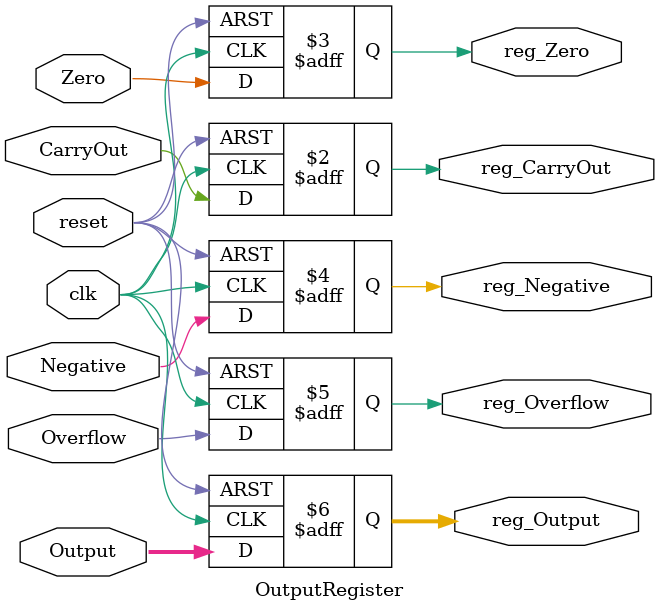
<source format=sv>
module InputRegister #( parameter N = 4 ) (
	input [N-1:0] A,B,
	input [3:0] sel, 
	input clk, reset,
	output reg [N-1:0] regA, regB,
	output reg [3:0] regSel
);
													 
	always @(posedge clk or posedge reset) begin
	
		if(reset) begin
			regA <= 0;
			regB <= 0;
			regSel <= 0;
		end else begin
			regA <= A;
			regB <= B;
			regSel <= sel;
		end
	end
	
endmodule

module OutputRegister #( parameter N = 4 ) (
	input [N-1:0] Output,
	input clk, reset, CarryOut, Zero, Negative, Overflow,
	output reg reg_CarryOut, reg_Zero, reg_Negative, reg_Overflow,
	output reg [N-1:0] reg_Output
);
													 
	always @(negedge clk or posedge reset) begin
	
		if(reset) begin
			reg_CarryOut <= 0;
			reg_Zero <= 0;
			reg_Negative <= 0;
			reg_Overflow <= 0;
			reg_Output <= 0;
		end else begin
			reg_CarryOut <= CarryOut;
			reg_Zero <= Zero;
			reg_Negative <= Negative;
			reg_Overflow <= Overflow;
			reg_Output <= Output;
		end
	end
	
endmodule
</source>
